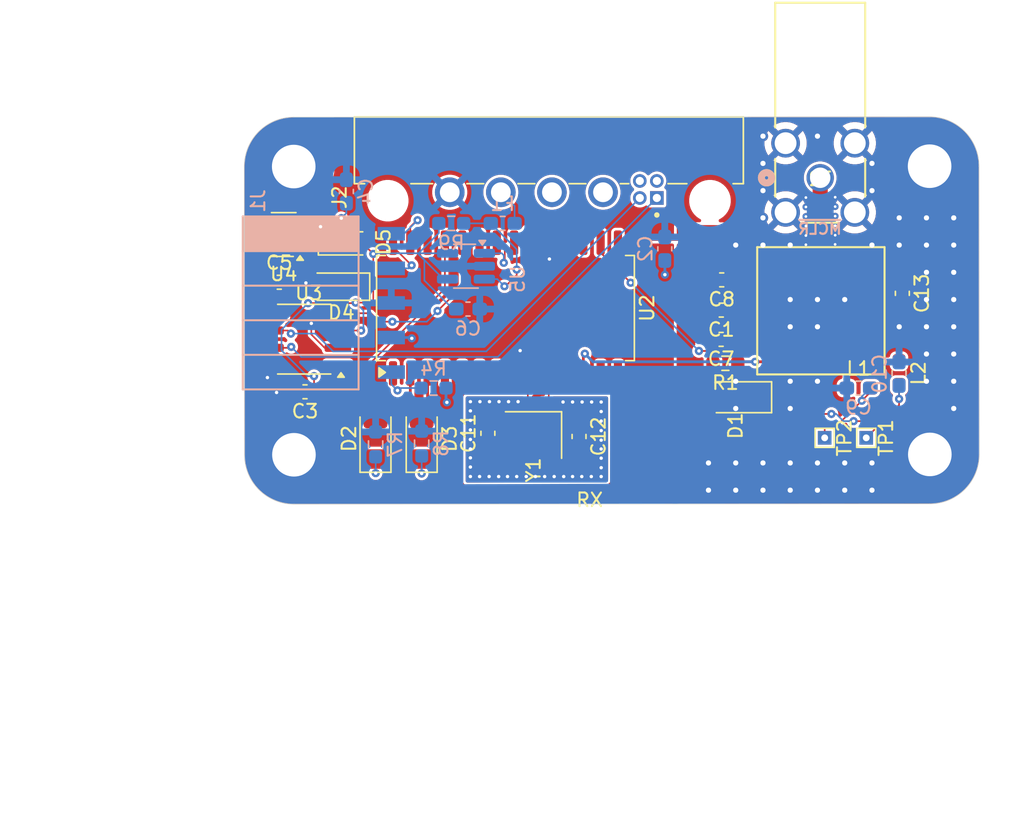
<source format=kicad_pcb>
(kicad_pcb (version 20241229) (generator "pcbnew") (generator_version "9.0")
  (layers (0 "F.Cu" signal) (2 "B.Cu" signal) (13 "F.Paste" user) (15 "B.Paste" user) (5 "F.SilkS" user "F.Silkscreen") (7 "B.SilkS" user "B.Silkscreen") (1 "F.Mask" user) (3 "B.Mask" user) (25 "Edge.Cuts" user))
  (net 0 "")
  (net 1 "+3V3")
  (net 2 "GND")
  (net 3 "+5V")
  (net 4 "/PIC_RX_GPS_TX")
  (net 5 "/PIC_TX_GPS_RX")
  (net 6 "/OSC1")
  (net 7 "/OSC2")
  (net 8 "/~{HWR}")
  (net 9 "Net-(D1-A)")
  (net 10 "Net-(D2-K)")
  (net 11 "Net-(D3-K)")
  (net 12 "Net-(J2-+5V)")
  (net 13 "Net-(U5-IN+)")
  (net 14 "/ICSPDAT")
  (net 15 "/~{MCLR}")
  (net 16 "/ICSPCLK")
  (net 21 "Net-(U1-TX)")
  (net 22 "Net-(U1-RX)")
  (net 23 "/FIX")
  (net 27 "/RF_IN")
  (net 28 "/PPS")
  (net 29 "/CURR_SENSE")
  (net 30 "/CAN_RX")
  (net 31 "/CAN_TX")
  (net 34 "/CANH")
  (net 35 "/CANL")
  (net 37 "Net-(D5-K)")
  (net 43 "/RED_LED")
  (net 44 "/BLUE_LED")
  (footprint "Diode_SMD:D_SOD-323_HandSoldering" (layer "F.Cu") (at 137.675 109.275)
    (property "Reference" "D5")
    (property "Value" "CUS08F30")
  )
  (footprint "MountingHole:MountingHole_3.2mm_M3_DIN965_Pad_TopBottom" (layer "F.Cu") (at 180.53 103.606)
    (property "Reference" "H2" (hide yes))
    (property "Value" "MountingHole_Pad")
  )
  (footprint "Capacitor_SMD:C_0603_1608Metric_Pad1.08x0.95mm_HandSolder" (layer "F.Cu") (at 165.271428 111.955 180)
    (property "Reference" "C8")
    (property "Value" "2.2uF")
  )
  (footprint "Capacitor_SMD:C_0603_1608Metric_Pad1.08x0.95mm_HandSolder" (layer "F.Cu") (at 178.53 112.945 -90)
    (property "Reference" "C13")
    (property "Value" "22pF")
  )
  (footprint "Capacitor_SMD:C_0603_1608Metric_Pad1.08x0.95mm_HandSolder" (layer "F.Cu") (at 148.11 123.2225 90)
    (property "Reference" "C11")
    (property "Value" "26pF")
  )
  (footprint "MountingHole:MountingHole_3.2mm_M3_DIN965_Pad_TopBottom" (layer "F.Cu") (at 133.858 103.632)
    (property "Reference" "H1" (hide yes))
    (property "Value" "MountingHole_Pad")
  )
  (footprint "Inductor_SMD:L_0603_1608Metric_Pad1.05x0.95mm_HandSolder" (layer "F.Cu") (at 178.29 118.8125 -90)
    (property "Reference" "L2")
    (property "Value" "47nH")
  )
  (footprint "Capacitor_SMD:C_0603_1608Metric_Pad1.08x0.95mm_HandSolder" (layer "F.Cu") (at 154.8 123.4575 -90)
    (property "Reference" "C12")
    (property "Value" "26pF")
  )
  (footprint "Crystal:Crystal_SMD_Abracon_ABM8G-4Pin_3.2x2.5mm" (layer "F.Cu") (at 151.46 123.35 180)
    (property "Reference" "Y1")
    (property "Value" "~")
  )
  (footprint "SMA_Conn:CONN_3-1478978-1_TEC" (layer "F.Cu") (at 172.5 104.456 180)
    (property "Reference" "J3")
    (property "Value" "SMA_CONN")
  )
  (footprint "Package_SO:SOIC-28W_7.5x18.7mm_P1.27mm" (layer "F.Cu") (at 149.4 114.025 90)
    (property "Reference" "U2")
    (property "Value" "PIC18F26K83")
  )
  (footprint "Resistor_SMD:R_0603_1608Metric_Pad0.98x0.95mm_HandSolder" (layer "F.Cu") (at 165.5425 118.081 180)
    (property "Reference" "R1")
    (property "Value" "100R")
  )
  (footprint "Package_SO:SOIC-8_3.9x4.9mm_P1.27mm" (layer "F.Cu") (at 134.6275 116.31 180)
    (property "Reference" "U3")
    (property "Value" "MCP2562")
  )
  (footprint "Package_TO_SOT_SMD:SOT-23-5_HandSoldering" (layer "F.Cu") (at 133.125 108.625 180)
    (property "Reference" "U4")
    (property "Value" "SPX3819M5-L-3-3")
  )
  (footprint "Diode_SMD:D_SOD-123F" (layer "F.Cu") (at 137.2275 112.455 180)
    (property "Reference" "D4")
    (property "Value" "KDZVTR3.3B")
  )
  (footprint "TestPoint:TestPoint_THTPad_1.0x1.0mm_Drill0.5mm" (layer "F.Cu") (at 175.88 123.556 -90)
    (property "Reference" "TP1")
    (property "Value" "TestPoint")
  )
  (footprint "M10578_A2:QFN16_M10578_ANT" (layer "F.Cu") (at 172.55 114.225)
    (property "Reference" "U1" (hide yes))
    (property "Value" "M10578-A2")
  )
  (footprint "canhw_footprints:connector_Harwin_G125-MH104M4-04AD000P" (layer "F.Cu") (at 152.585 102.44 180)
    (property "Reference" "J2")
    (property "Value" "G125-MH104M4-04AD000P")
  )
  (footprint "MountingHole:MountingHole_3.2mm_M3_DIN965_Pad_TopBottom" (layer "F.Cu") (at 133.875 124.8)
    (property "Reference" "H4" (hide yes))
    (property "Value" "MountingHole_Pad" (hide yes))
  )
  (footprint "LED_SMD:LED_1206_3216Metric_Pad1.42x1.75mm_HandSolder" (layer "F.Cu") (at 143.25 123.6275 90)
    (property "Reference" "D3")
    (property "Value" "BLUE")
  )
  (footprint "MountingHole:MountingHole_3.2mm_M3_DIN965_Pad_TopBottom" (layer "F.Cu") (at 180.547 124.774)
    (property "Reference" "H3" (hide yes))
    (property "Value" "MountingHole_Pad" (hide yes))
  )
  (footprint "TestPoint:TestPoint_THTPad_1.0x1.0mm_Drill0.5mm" (layer "F.Cu") (at 172.83 123.556 -90)
    (property "Reference" "TP2")
    (property "Value" "TestPoint")
  )
  (footprint "LED_SMD:LED_1206_3216Metric_Pad1.42x1.75mm_HandSolder" (layer "F.Cu") (at 166.475 120.575 180)
    (property "Reference" "D1")
    (property "Value" "WHITE")
  )
  (footprint "Capacitor_SMD:C_0603_1608Metric_Pad1.08x0.95mm_HandSolder" (layer "F.Cu") (at 134.6875 120.175 180)
    (property "Reference" "C3")
    (property "Value" "10uF")
  )
  (footprint "Capacitor_SMD:C_0603_1608Metric_Pad1.08x0.95mm_HandSolder" (layer "F.Cu") (at 132.7975 112.13)
    (property "Reference" "C5")
    (property "Value" "1uF")
  )
  (footprint "Capacitor_SMD:C_0603_1608Metric_Pad1.08x0.95mm_HandSolder" (layer "F.Cu") (at 165.23 116.325 180)
    (property "Reference" "C7")
    (property "Value" "22pF")
  )
  (footprint "Capacitor_SMD:C_0603_1608Metric_Pad1.08x0.95mm_HandSolder" (layer "F.Cu") (at 165.24 114.175 180)
    (property "Reference" "C1")
    (property "Value" "22pF")
  )
  (footprint "Inductor_SMD:L_0603_1608Metric_Pad1.05x0.95mm_HandSolder" (layer "F.Cu") (at 175.315 119.9)
    (property "Reference" "L1")
    (property "Value" "47nH")
  )
  (footprint "LED_SMD:LED_1206_3216Metric_Pad1.42x1.75mm_HandSolder" (layer "F.Cu") (at 139.86 123.6275 90)
    (property "Reference" "D2")
    (property "Value" "RED")
  )
  (footprint "Fuse:Fuse_0603_1608Metric_Pad1.05x0.95mm_HandSolder" (layer "B.Cu") (at 149.195 107.805 180)
    (property "Reference" "F1")
    (property "Value" "0ZCM0008FF2G")
  )
  (footprint "Capacitor_SMD:C_0603_1608Metric_Pad1.08x0.95mm_HandSolder" (layer "B.Cu") (at 137.725 105.4625 90)
    (property "Reference" "C4")
    (property "Value" "1uF")
  )
  (footprint "Resistor_SMD:R_0603_1608Metric_Pad0.98x0.95mm_HandSolder" (layer "B.Cu") (at 144.125 119.9 180)
    (property "Reference" "R4")
    (property "Value" "10K")
  )
  (footprint "Capacitor_SMD:C_0603_1608Metric_Pad1.08x0.95mm_HandSolder" (layer "B.Cu") (at 178.29 118.85 -90)
    (property "Reference" "C10")
    (property "Value" "22pF")
  )
  (footprint "Resistor_SMD:R_0603_1608Metric_Pad0.98x0.95mm_HandSolder" (layer "B.Cu") (at 139.87 124.035 90)
    (property "Reference" "R7")
    (property "Value" "160")
  )
  (footprint "Package_TO_SOT_SMD:SOT-23-5_HandSoldering" (layer "B.Cu") (at 146.5 110.95 180)
    (property "Reference" "U5")
    (property "Value" "INA180")
  )
  (footprint "Capacitor_SMD:C_0603_1608Metric_Pad1.08x0.95mm_HandSolder" (layer "B.Cu") (at 175.315 119.9)
    (property "Reference" "C9")
    (property "Value" "22pF")
  )
  (footprint "Capacitor_SMD:C_0603_1608Metric_Pad1.08x0.95mm_HandSolder" (layer "B.Cu") (at 146.65 114.1)
    (property "Reference" "C6")
    (property "Value" "0.1uF")
  )
  (footprint "canhw_footprints:PinSocket_5x2.54_SMD_90deg_952-3198-1-ND" (layer "B.Cu") (at 141.02 108.57 -90)
    (property "Reference" "J1")
    (property "Value" "Programming Header")
  )
  (footprint "Capacitor_SMD:C_0603_1608Metric_Pad1.08x0.95mm_HandSolder" (layer "B.Cu") (at 161.095 109.67 -90)
    (property "Reference" "C2")
    (property "Value" "0.1uF")
  )
  (footprint "Resistor_SMD:R_0603_1608Metric_Pad0.98x0.95mm_HandSolder" (layer "B.Cu") (at 145.42 107.805)
    (property "Reference" "R9")
    (property "Value" "200mR")
  )
  (footprint "Resistor_SMD:R_0603_1608Metric_Pad0.98x0.95mm_HandSolder" (layer "B.Cu") (at 143.25 123.975 90)
    (property "Reference" "R8")
    (property "Value" "160")
  )
  (gr_line (start 184.178999 124.775944) (end 184.161999 103.606) (stroke (width 0.05)) (layer "Edge.Cuts"))
  (gr_line (start 130.243 124.8) (end 130.226001 103.630056) (stroke (width 0.05)) (layer "Edge.Cuts"))
  (gr_arc (start 184.178999 124.775944) (mid 183.115911 127.341512) (end 180.547 128.406) (stroke (width 0.05)) (layer "Edge.Cuts"))
  (gr_arc (start 180.531944 99.974001) (mid 183.097512 101.037089) (end 184.162 103.606) (stroke (width 0.05)) (layer "Edge.Cuts"))
  (gr_line (start 133.858 100) (end 180.531944 99.974002) (stroke (width 0.05)) (layer "Edge.Cuts"))
  (gr_line (start 180.547 128.405999) (end 133.875 128.431999) (stroke (width 0.05)) (layer "Edge.Cuts"))
  (gr_arc (start 133.873056 128.431999) (mid 131.307488 127.368911) (end 130.243 124.8) (stroke (width 0.05)) (layer "Edge.Cuts"))
  (gr_arc (start 130.226001 103.630056) (mid 131.289089 101.064488) (end 133.858 100) (stroke (width 0.05)) (layer "Edge.Cuts"))
  (gr_text "RX" (at 154.5 128.7 0) (layer "F.SilkS") (effects (font (size 1 1)) (justify left bottom)))
  (gr_text "~{MCLR}" (at 174.167 108.679 0) (layer "B.SilkS") (effects (font (size 0.8001 0.8001) (thickness 0.16002) (bold yes)) (justify left bottom mirror)))
  (segment (start 166.3875 113.1125) (end 167.5 114.225) (width 0.2032) (layer "F.Cu") (net 1))
  (segment (start 167.5 114.225) (end 166.1525 114.225) (width 0.2032) (layer "F.Cu") (net 1))
  (segment (start 161.4875 113.1125) (end 161.325 112.95) (width 0.2032) (layer "F.Cu") (net 1))
  (segment (start 166.0925 116.325) (end 166.0925 115.6825) (width 0.2032) (layer "F.Cu") (net 1))
  (segment (start 168.85 116.074999) (end 167.45 114.674999) (width 0.2032) (layer "F.Cu") (net 1))
  (segment (start 167.55 114.225) (end 167.5 114.225) (width 0.2032) (layer "F.Cu") (net 1))
  (segment (start 167.45 114.674999) (end 167.45 114.325) (width 0.2032) (layer "F.Cu") (net 1))
  (segment (start 166.3875 113.1125) (end 161.4875 113.1125) (width 0.2032) (layer "F.Cu") (net 1))
  (segment (start 166.133928 111.955) (end 166.133928 112.858928) (width 0.2032) (layer "F.Cu") (net 1))
  (segment (start 168.85 114.225) (end 167.55 114.225) (width 0.2032) (layer "F.Cu") (net 1))
  (segment (start 166.133928 112.858928) (end 166.3875 113.1125) (width 0.2032) (layer "F.Cu") (net 1))
  (segment (start 167.45 114.325) (end 167.55 114.225) (width 0.2032) (layer "F.Cu") (net 1))
  (segment (start 166.0925 115.6825) (end 167.45 114.325) (width 0.2032) (layer "F.Cu") (net 1))
  (segment (start 166.1525 114.225) (end 166.1025 114.175) (width 0.2032) (layer "F.Cu") (net 1))
  (via (at 142.525 116.25) (size 0.6) (drill 0.25) (layers "F.Cu" "B.Cu") (net 1))
  (via (at 161.1 111.575) (size 0.6) (drill 0.25) (layers "F.Cu" "B.Cu") (net 1))
  (via (at 145.1 120.95) (size 0.6) (drill 0.25) (layers "F.Cu" "B.Cu") (net 1))
  (segment (start 145.0375 120.8875) (end 145.1 120.95) (width 0.2032) (layer "B.Cu") (net 1))
  (segment (start 161.1 111.575) (end 161.1 110.5375) (width 0.2032) (layer "B.Cu") (net 1))
  (segment (start 161.1 110.5375) (end 161.095 110.5325) (width 0.2032) (layer "B.Cu") (net 1))
  (segment (start 142.465 116.19) (end 142.525 116.25) (width 0.2032) (layer "B.Cu") (net 1))
  (segment (start 145.0375 119.9) (end 145.0375 120.8875) (width 0.2032) (layer "B.Cu") (net 1))
  (segment (start 141.02 116.19) (end 142.465 116.19) (width 0.2032) (layer "B.Cu") (net 1))
  (segment (start 134.475 108.625) (end 135.25 108.625) (width 0.12) (layer "F.Cu") (net 2))
  (segment (start 136.127501 116.945) (end 135.15 115.967499) (width 0.12) (layer "F.Cu") (net 2))
  (segment (start 132.65 120.175) (end 132.6 120.225) (width 0.12) (layer "F.Cu") (net 2))
  (segment (start 150.035 117.59) (end 150.035 118.625) (width 0.12) (layer "F.Cu") (net 2))
  (segment (start 135.25 108.625) (end 135.825 108.05) (width 0.12) (layer "F.Cu") (net 2))
  (segment (start 150.475 117.15) (end 150.035 117.59) (width 0.12) (layer "F.Cu") (net 2))
  (segment (start 134.7525 112.18) (end 133.71 112.18) (width 0.12) (layer "F.Cu") (net 2))
  (segment (start 135.5525 112.18) (end 135.8275 112.455) (width 0.12) (layer "F.Cu") (net 2))
  (segment (start 152.575 109.025) (end 152.575 110.375) (width 0.12) (layer "F.Cu") (net 2))
  (segment (start 131.9275 119.13) (end 131.9275 118.44) (width 0.12) (layer "F.Cu") (net 2))
  (segment (start 137.1025 116.945) (end 136.127501 116.945) (width 0.12) (layer "F.Cu") (net 2))
  (segment (start 133.71 112.18) (end 133.66 112.13) (width 0.12) (layer "F.Cu") (net 2))
  (segment (start 133.825 120.175) (end 132.65 120.175) (width 0.12) (layer "F.Cu") (net 2))
  (segment (start 152.575 110.375) (end 152.625 110.425) (width 0.12) (layer "F.Cu") (net 2))
  (segment (start 134.7525 112.18) (end 135.5525 112.18) (width 0.12) (layer "F.Cu") (net 2))
  (segment (start 131.9275 118.44) (end 132.1525 118.215) (width 0.12) (layer "F.Cu") (net 2))
  (segment (start 135.15 115.967499) (end 135.15 115.15) (width 0.12) (layer "F.Cu") (net 2))
  (via (at 168.300248 105.4004) (size 0.762) (drill 0.381) (layers "F.Cu" "B.Cu") (net 2))
  (via (at 180.300248 107.4004) (size 0.762) (drill 0.381) (layers "F.Cu" "B.Cu") (net 2))
  (via (at 150.225 126.4) (size 0.6) (drill 0.25) (layers "F.Cu" "B.Cu") (net 2))
  (via (at 156.425 124.375) (size 0.6) (drill 0.25) (layers "F.Cu" "B.Cu") (net 2))
  (via (at 147.525 120.9) (size 0.6) (drill 0.25) (layers "F.Cu" "B.Cu") (net 2))
  (via (at 172.300248 115.4004) (size 0.762) (drill 0.381) (layers "F.Cu" "B.Cu") (net 2))
  (via (at 171.45 106.6) (size 0.5) (drill 0.2) (layers "F.Cu" "B.Cu") (net 2))
  (via (at 152.625 110.425) (size 0.6) (drill 0.25) (layers "F.Cu" "B.Cu") (net 2))
  (via (at 166.300248 109.4004) (size 0.762) (drill 0.381) (layers "F.Cu" "B.Cu") (net 2))
  (via (at 173.6 107.975) (size 0.5) (drill 0.2) (layers "F.Cu" "B.Cu") (net 2))
  (via (at 152.975 126.4) (size 0.6) (drill 0.25) (layers "F.Cu" "B.Cu") (net 2))
  (via (at 146.825 122.975) (size 0.6) (drill 0.25) (layers "F.Cu" "B.Cu") (net 2))
  (via (at 156.425 122.325) (size 0.6) (drill 0.25) (layers "F.Cu" "B.Cu") (net 2))
  (via (at 168.300248 125.4004) (size 0.762) (drill 0.381) (layers "F.Cu" "B.Cu") (net 2))
  (via (at 135.825 108.05) (size 0.6) (drill 0.25) (layers "F.Cu" "B.Cu") (net 2))
  (via (at 156.425 125.05) (size 0.6) (drill 0.25) (layers "F.Cu" "B.Cu") (net 2))
  (via (at 180.300248 119.4004) (size 0.762) (drill 0.381) (layers "F.Cu" "B.Cu") (net 2))
  (via (at 182.300248 117.4004) (size 0.762) (drill 0.381) (layers "F.Cu" "B.Cu") (net 2))
  (via (at 172.300248 113.4004) (size 0.762) (drill 0.381) (layers "F.Cu" "B.Cu") (net 2))
  (via (at 168.300248 127.4004) (size 0.762) (drill 0.381) (layers "F.Cu" "B.Cu") (net 2))
  (via (at 176.300248 103.4004) (size 0.762) (drill 0.381) (layers "F.Cu" "B.Cu") (net 2))
  (via (at 146.825 125.7) (size 0.6) (drill 0.25) (layers "F.Cu" "B.Cu") (net 2))
  (via (at 171.45 108) (size 0.5) (drill 0.2) (layers "F.Cu" "B.Cu") (net 2))
  (via (at 148.225 120.9) (size 0.6) (drill 0.25) (layers "F.Cu" "B.Cu") (net 2))
  (via (at 134.7525 112.18) (size 0.6) (drill 0.25) (layers "F.Cu" "B.Cu") (net 2))
  (via (at 135.15 115.15) (size 0.6) (drill 0.25) (layers "F.Cu" "B.Cu") (net 2))
  (via (at 146.825 124.375) (size 0.6) (drill 0.25) (layers "F.Cu" "B.Cu") (net 2))
  (via (at 170.300248 113.4004) (size 0.762) (drill 0.381) (layers "F.Cu" "B.Cu") (net 2))
  (via (at 150.925 126.4) (size 0.6) (drill 0.25) (layers "F.Cu" "B.Cu") (net 2))
  (via (at 170.300248 127.4004) (size 0.762) (drill 0.381) (layers "F.Cu" "B.Cu") (net 2))
  (via (at 171.45 109.375) (size 0.5) (drill 0.2) (layers "F.Cu" "B.Cu") (net 2))
  (via (at 178.300248 115.4004) (size 0.762) (drill 0.381) (layers "F.Cu" "B.Cu") (net 2))
  (via (at 156.425 125.75) (size 0.6) (drill 0.25) (layers "F.Cu" "B.Cu") (net 2))
  (via (at 168.300248 107.4004) (size 0.762) (drill 0.381) (layers "F.Cu" "B.Cu") (net 2))
  (via (at 156.425 121.625) (size 0.6) (drill 0.25) (layers "F.Cu" "B.Cu") (net 2))
  (via (at 148.925 120.9) (size 0.6) (drill 0.25) (layers "F.Cu" "B.Cu") (net 2))
  (via (at 180.300248 113.4004) (size 0.762) (drill 0.381) (layers "F.Cu" "B.Cu") (net 2))
  (via (at 176.300248 105.4004) (size 0.762) (drill 0.381) (layers "F.Cu" "B.Cu") (net 2))
  (via (at 180.300248 111.4004) (size 0.762) (drill 0.381) (layers "F.Cu" "B.Cu") (net 2))
  (via (at 173.6 108.675) (size 0.5) (drill 0.2) (layers "F.Cu" "B.Cu") (net 2))
  (via (at 170.300248 115.4004) (size 0.762) (drill 0.381) (layers "F.Cu" "B.Cu") (net 2))
  (via (at 182.300248 113.4004) (size 0.762) (drill 0.381) (layers "F.Cu" "B.Cu") (net 2))
  (via (at 170.300248 125.4004) (size 0.762) (drill 0.381) (layers "F.Cu" "B.Cu") (net 2))
  (via (at 148.2 126.4) (size 0.6) (drill 0.25) (layers "F.Cu" "B.Cu") (net 2))
  (via (at 180.300248 117.4004) (size 0.762) (drill 0.381) (layers "F.Cu" "B.Cu") (net 2))
  (via (at 171.45 107.3) (size 0.5) (drill 0.2) (layers "F.Cu" "B.Cu") (net 2))
  (via (at 148.9 126.4) (size 0.6) (drill 0.25) (layers "F.Cu" "B.Cu") (net 2))
  (via (at 155 126.4) (size 0.6) (drill 0.25) (layers "F.Cu" "B.Cu") (net 2))
  (via (at 164.300248 125.4004) (size 0.762) (drill 0.381) (layers "F.Cu" "B.Cu") (net 2))
  (via (at 156.425 120.925) (size 0.6) (drill 0.25) (layers "F.Cu" "B.Cu") (net 2))
  (via (at 166.300248 121.4004) (size 0.762) (drill 0.381) (layers "F.Cu" "B.Cu") (net 2))
  (via (at 171.45 105.91) (size 0.5) (drill 0.2) (layers "F.Cu" "B.Cu") (net 2))
  (via (at 173.6 107.275) (size 0.5) (drill 0.2) (layers "F.Cu" "B.Cu") (net 2))
  (via (at 182.300248 121.4004) (size 0.762) (drill 0.381) (layers "F.Cu" "B.Cu") (net 2))
  (via (at 174.300248 125.4004) (size 0.762) (drill 0.381) (layers "F.Cu" "B.Cu") (net 2))
  (via (at 156.425 123.025) (size 0.6) (drill 0.25) (layers "F.Cu" "B.Cu") (net 2))
  (via (at 171.45 108.7) (size 0.5) (drill 0.2) (layers "F.Cu" "B.Cu") (net 2))
  (via (at 155.7 126.4) (size 0.6) (drill 0.25) (layers "F.Cu" "B.Cu") (net 2))
  (via (at 153.625 120.925) (size 0.6) (drill 0.25) (layers "F.Cu" "B.Cu") (net 2))
  (via (at 146.825 125.025) (size 0.6) (drill 0.25) (layers "F.Cu" "B.Cu") (net 2))
  (via (at 166.300248 119.4004) (size 0.762) (drill 0.381) (layers "F.Cu" "B.Cu") (net 2))
  (via (at 182.300248 115.4004) (size 0.762) (drill 0.381) (layers "F.Cu" "B.Cu") (net 2))
  (via (at 132.6 120.225) (size 0.6) (drill 0.25) (layers "F.Cu" "B.Cu") (net 2))
  (via (at 174.300248 127.4004) (size 0.762) (drill 0.381) (layers "F.Cu" "B.Cu") (net 2))
  (via (at 146.825 122.275) (size 0.6) (drill 0.25) (layers "F.Cu" "B.Cu") (net 2))
  (via (at 164.300248 127.4004) (size 0.762) (drill 0.381) (layers "F.Cu" "B.Cu") (net 2))
  (via (at 178.300248 107.4004) (size 0.762) (drill 0.381) (layers "F.Cu" "B.Cu") (net 2))
  (via (at 155.025 120.925) (size 0.6) (drill 0.25) (layers "F.Cu" "B.Cu") (net 2))
  (via (at 150.475 117.15) (size 0.6) (drill 0.25) (layers "F.Cu" "B.Cu") (net 2))
  (via (at 146.825 121.575) (size 0.6) (drill 0.25) (layers "F.Cu" "B.Cu") (net 2))
  (via (at 156.425 126.4) (size 0.6) (drill 0.25) (layers "F.Cu" "B.Cu") (net 2))
  (via (at 150.325 120.9) (size 0.6) (drill 0.25) (layers "F.Cu" "B.Cu") (net 2))
  (via (at 172.300248 127.4004) (size 0.762) (drill 0.381) (layers "F.Cu" "B.Cu") (net 2))
  (via (at 174.300248 113.4004) (size 0.762) (drill 0.381) (layers "F.Cu" "B.Cu") (net 2))
  (via (at 176.300248 125.4004) (size 0.762) (drill 0.381) (layers "F.Cu" "B.Cu") (net 2))
  (via (at 152.275 126.4) (size 0.6) (drill 0.25) (layers "F.Cu" "B.Cu") (net 2))
  (via (at 149.625 120.9) (size 0.6) (drill 0.25) (layers "F.Cu" "B.Cu") (net 2))
  (via (at 151.6 126.4) (size 0.6) (drill 0.25) (layers "F.Cu" "B.Cu") (net 2))
  (via (at 154.325 126.4) (size 0.6) (drill 0.25) (layers "F.Cu" "B.Cu") (net 2))
  (via (at 182.300248 109.4004) (size 0.762) (drill 0.381) (layers "F.Cu" "B.Cu") (net 2))
  (via (at 149.55 126.4) (size 0.6) (drill 0.25) (layers "F.Cu" "B.Cu") (net 2))
  (via (at 172.300248 101.4004) (size 0.762) (drill 0.381) (layers "F.Cu" "B.Cu") (net 2))
  (via (at 182.300248 111.4004) (size 0.762) (drill 0.381) (layers "F.Cu" "B.Cu") (net 2))
  (via (at 170.300248 109.4004) (size 0.762) (drill 0.381) (layers "F.Cu" "B.Cu") (net 2))
  (via (at 131.9275 119.13) (size 0.6) (drill 0.25) (layers "F.Cu" "B.Cu") (net 2))
  (via (at 170.300248 119.4004) (size 0.762) (drill 0.381) (layers "F.Cu" "B.Cu") (net 2))
  (via (at 168.300248 103.4004) (size 0.762) (drill 0.381) (layers "F.Cu" "B.Cu") (net 2))
  (via (at 182.300248 107.4004) (size 0.762) (drill 0.381) (layers "F.Cu" "B.Cu") (net 2))
  (via (at 166.300248 127.4004) (size 0.762) (drill 0.381) (layers "F.Cu" "B.Cu") (net 2))
  (via (at 180.300248 109.4004) (size 0.762) (drill 0.381) (layers "F.Cu" "B.Cu") (net 2))
  (via (at 170.300248 121.4004) (size 0.762) (drill 0.381) (layers "F.Cu" "B.Cu") (net 2))
  (via (at 147.5 126.4) (size 0.6) (drill 0.25) (layers "F.Cu" "B.Cu") (net 2))
  (via (at 166.300248 125.4004) (size 0.762) (drill 0.381) (layers "F.Cu" "B.Cu") (net 2))
  (via (at 155.725 120.925) (size 0.6) (drill 0.25) (layers "F.Cu" "B.Cu") (net 2))
  (via (at 153.675 126.4) (size 0.6) (drill 0.25) (layers "F.Cu" "B.Cu") (net 2))
  (via (at 146.825 123.675) (size 0.6) (drill 0.25) (layers "F.Cu" "B.Cu") (net 2))
  (via (at 178.300248 109.4004) (size 0.762) (drill 0.381) (layers "F.Cu" "B.Cu") (net 2))
  (via (at 176.300248 127.4004) (size 0.762) (drill 0.381) (layers "F.Cu" "B.Cu") (net 2))
  (via (at 172.300248 119.4004) (size 0.762) (drill 0.381) (layers "F.Cu" "B.Cu") (net 2))
  (via (at 172.300248 125.4004) (size 0.762) (drill 0.381) (layers "F.Cu" "B.Cu") (net 2))
  (via (at 180.300248 115.4004) (size 0.762) (drill 0.381) (layers "F.Cu" "B.Cu") (net 2))
  (via (at 168.300248 109.4004) (size 0.762) (drill 0.381) (layers "F.Cu" "B.Cu") (net 2))
  (via (at 156.425 123.725) (size 0.6) (drill 0.25) (layers "F.Cu" "B.Cu") (net 2))
  (via (at 173.595 109.35) (size 0.5) (drill 0.2) (layers "F.Cu" "B.Cu") (net 2))
  (via (at 176.300248 109.4004) (size 0.762) (drill 0.381) (layers "F.Cu" "B.Cu") (net 2))
  (via (at 146.825 120.9) (size 0.6) (drill 0.25) (layers "F.Cu" "B.Cu") (net 2))
  (via (at 154.325 120.925) (size 0.6) (drill 0.25) (layers "F.Cu" "B.Cu") (net 2))
  (via (at 146.825 126.4) (size 0.6) (drill 0.25) (layers "F.Cu" "B.Cu") (net 2))
  (via (at 182.300248 119.4004) (size 0.762) (drill 0.381) (layers "F.Cu" "B.Cu") (net 2))
  (via (at 173.6 106.575) (size 0.5) (drill 0.2) (layers "F.Cu" "B.Cu") (net 2))
  (via (at 173.6 105.885) (size 0.5) (drill 0.2) (layers "F.Cu" "B.Cu") (net 2))
  (via (at 168.300248 101.4004) (size 0.762) (drill 0.381) (layers "F.Cu" "B.Cu") (net 2))
  (segment (start 138.7975 115.675) (end 138.8025 115.68) (width 0.12) (layer "F.Cu") (net 3))
  (segment (start 135.35 119.7) (end 135.55 119.9) (width 0.12) (layer "F.Cu") (net 3))
  (segment (start 138.4 113.625) (end 139.548751 113.625) (width 0.12) (layer "F.Cu") (net 3))
  (segment (start 137.1025 115.675) (end 138.7975 115.675) (width 0.12) (layer "F.Cu") (net 3))
  (segment (start 139.698751 113.475) (end 139.698751 110.048751) (width 0.12) (layer "F.Cu") (net 3))
  (segment (start 138.925 109.275) (end 139.698751 110.048751) (width 0.12) (layer "F.Cu") (net 3))
  (segment (start 138.360641 113.664359) (end 138.4 113.625) (width 0.12) (layer "F.Cu") (net 3))
  (segment (start 134.914359 113.664359) (end 138.360641 113.664359) (width 0.12) (layer "F.Cu") (net 3))
  (segment (start 135.35 119.025) (end 135.35 119.7) (width 0.12) (layer "F.Cu") (net 3))
  (segment (start 139.548751 113.625) (end 139.698751 113.475) (width 0.12) (layer "F.Cu") (net 3))
  (via (at 134.914359 113.664359) (size 0.6) (drill 0.25) (layers "F.Cu" "B.Cu") (net 3))
  (via (at 139.698751 110.048751) (size 0.6) (drill 0.25) (layers "F.Cu" "B.Cu") (net 3))
  (via (at 138.8025 115.68) (size 0.6) (drill 0.25) (layers "F.Cu" "B.Cu") (net 3))
  (via (at 135.35 119.025) (size 0.6) (drill 0.25) (layers "F.Cu" "B.Cu") (net 3))
  (via (at 138.4 113.625) (size 0.6) (drill 0.25) (layers "F.Cu" "B.Cu") (net 3))
  (segment (start 134.853718 119.025) (end 135.35 119.025) (width 0.12) (layer "B.Cu") (net 3))
  (segment (start 143.45 112) (end 143.45 110.5) (width 0.12) (layer "B.Cu") (net 3))
  (segment (start 139.747502 110) (end 143.025 110) (width 0.12) (layer "B.Cu") (net 3))
  (segment (start 145.7875 114.1) (end 145.55 114.1) (width 0.12) (layer "B.Cu") (net 3))
  (segment (start 144.5075 107.805) (end 144.5075 108.5175) (width 0.12) (layer "B.Cu") (net 3))
  (segment (start 132.9632 115.615518) (end 132.9632 117.134482) (width 0.12) (layer "B.Cu") (net 3))
  (segment (start 138.975 114.2) (end 138.975 115.5075) (width 0.12) (layer "B.Cu") (net 3))
  (segment (start 143.45 110.5) (end 143.1125 110.1625) (width 0.12) (layer "B.Cu") (net 3))
  (segment (start 139.698751 110.048751) (end 139.747502 110) (width 0.12) (layer "B.Cu") (net 3))
  (segment (start 143.025 110) (end 143.025 110.075) (width 0.12) (layer "B.Cu") (net 3))
  (segment (start 138.975 115.5075) (end 138.8025 115.68) (width 0.12) (layer "B.Cu") (net 3))
  (segment (start 143.025 110.075) (end 143.1125 110.1625) (width 0.12) (layer "B.Cu") (net 3))
  (segment (start 143.1125 110.1625) (end 144.85 111.9) (width 0.12) (layer "B.Cu") (net 3))
  (segment (start 145.55 114.1) (end 143.45 112) (width 0.12) (layer "B.Cu") (net 3))
  (segment (start 132.9632 117.134482) (end 134.853718 119.025) (width 0.12) (layer "B.Cu") (net 3))
  (segment (start 134.914359 113.664359) (end 132.9632 115.615518) (width 0.12) (layer "B.Cu") (net 3))
  (segment (start 144.85 111.9) (end 145.15 111.9) (width 0.12) (layer "B.Cu") (net 3))
  (segment (start 143.025 110) (end 145.15 110) (width 0.12) (layer "B.Cu") (net 3))
  (segment (start 144.5075 108.5175) (end 143.025 110) (width 0.12) (layer "B.Cu") (net 3))
  (segment (start 138.4 113.625) (end 138.975 114.2) (width 0.12) (layer "B.Cu") (net 3))
  (segment (start 139 115.4825) (end 138.8025 115.68) (width 0.12) (layer "B.Cu") (net 3))
  (segment (start 173.961 122.425) (end 172.85 122.425) (width 0.12) (layer "F.Cu") (net 4))
  (segment (start 176.19 119.9) (end 176.19 120.196) (width 0.12) (layer "F.Cu") (net 4))
  (segment (start 171.956 122.425) (end 170.825 123.556) (width 0.12) (layer "F.Cu") (net 4))
  (segment (start 176.19 120.196) (end 175.5555 120.8305) (width 0.12) (layer "F.Cu") (net 4))
  (segment (start 173.961 122.425) (end 175.5555 120.8305) (width 0.12) (layer "F.Cu") (net 4))
  (segment (start 160.756 123.556) (end 156.385 119.185) (width 0.12) (layer "F.Cu") (net 4))
  (segment (start 172.85 122.425) (end 171.956 122.425) (width 0.12) (layer "F.Cu") (net 4))
  (segment (start 172.85 122.425) (end 172.83 122.445) (width 0.12) (layer "F.Cu") (net 4))
  (segment (start 156.385 119.185) (end 156.385 118.625) (width 0.12) (layer "F.Cu") (net 4))
  (segment (start 170.825 123.556) (end 160.756 123.556) (width 0.12) (layer "F.Cu") (net 4))
  (segment (start 172.83 122.445) (end 172.83 123.556) (width 0.12) (layer "F.Cu") (net 4))
  (via (at 175.5555 120.8305) (size 0.6) (drill 0.25) (layers "F.Cu" "B.Cu") (net 4))
  (segment (start 175.5555 120.522) (end 176.1775 119.9) (width 0.12) (layer "B.Cu") (net 4))
  (segment (start 175.5555 120.8305) (end 175.5555 120.522) (width 0.12) (layer "B.Cu") (net 4))
  (segment (start 160.883488 123.225) (end 157.655 119.996512) (width 0.12) (layer "F.Cu") (net 5))
  (segment (start 172.0818 121.8) (end 170.65 123.2318) (width 0.12) (layer "F.Cu") (net 5))
  (segment (start 173.325 121.8) (end 172.0818 121.8) (width 0.12) (layer "F.Cu") (net 5))
  (segment (start 177.1055 122.3305) (end 174.95 122.3305) (width 0.12) (layer "F.Cu") (net 5))
  (segment (start 178.29 121.146) (end 177.1055 122.3305) (width 0.12) (layer "F.Cu") (net 5))
  (segment (start 177.1055 122.3305) (end 175.88 123.556) (width 0.12) (layer "F.Cu") (net 5))
  (segment (start 170.6432 123.225) (end 160.883488 123.225) (width 0.12) (layer "F.Cu") (net 5))
  (segment (start 178.29 120.7) (end 178.29 121.146) (width 0.12) (layer "F.Cu") (net 5))
  (segment (start 178.29 119.6875) (end 178.29 120.7) (width 0.12) (layer "F.Cu") (net 5))
  (segment (start 170.65 123.2318) (end 170.6432 123.225) (width 0.12) (layer "F.Cu") (net 5))
  (segment (start 157.655 119.996512) (end 157.655 118.625) (width 0.12) (layer "F.Cu") (net 5))
  (via (at 178.29 120.7) (size 0.6) (drill 0.25) (layers "F.Cu" "B.Cu") (net 5))
  (via (at 174.95 122.3305) (size 0.6) (drill 0.25) (layers "F.Cu" "B.Cu") (net 5))
  (via (at 173.325 121.8) (size 0.6) (drill 0.25) (layers "F.Cu" "B.Cu") (net 5))
  (segment (start 178.29 120.7) (end 178.29 119.7125) (width 0.12) (layer "B.Cu") (net 5))
  (segment (start 174.2055 122.3305) (end 173.675 121.8) (width 0.12) (layer "B.Cu") (net 5))
  (segment (start 174.95 122.3305) (end 174.2055 122.3305) (width 0.12) (layer "B.Cu") (net 5))
  (segment (start 173.675 121.8) (end 173.325 121.8) (width 0.12) (layer "B.Cu") (net 5))
  (segment (start 150.36 124.2) (end 148.17 124.2) (width 0.12) (layer "F.Cu") (net 6))
  (segment (start 151.3242 120.087553) (end 151.3242 119.577831) (width 0.12) (layer "F.Cu") (net 6))
  (segment (start 151.3242 123.2358) (end 151.3242 120.972547) (width 0.12) (layer "F.Cu") (net 6))
  (segment (start 151.3242 118.6442) (end 151.305 118.625) (width 0.12) (layer "F.Cu") (net 6))
  (segment (start 150.36 124.2) (end 151.3242 123.2358) (width 0.12) (layer "F.Cu") (net 6))
  (segment (start 151.3242 119.577831) (end 151.3242 118.6442) (width 0.12) (layer "F.Cu") (net 6))
  (segment (start 151.039206 120.687553) (end 151.039206 120.372547) (width 0.12) (layer "F.Cu") (net 6))
  (arc (start 151.181703 120.23005) (mid 151.282464 120.188314) (end 151.3242 120.087553) (width 0.12) (layer "F.Cu") (net 6))
  (arc (start 151.3242 120.972547) (mid 151.282464 120.871786) (end 151.181703 120.83005) (width 0.12) (layer "F.Cu") (net 6))
  (arc (start 151.039206 120.372547) (mid 151.080942 120.271786) (end 151.181703 120.23005) (width 0.12) (layer "F.Cu") (net 6))
  (arc (start 151.181703 120.83005) (mid 151.080942 120.788314) (end 151.039206 120.687553) (width 0.12) (layer "F.Cu") (net 6))
  (segment (start 151.871043 120.987642) (end 151.871043 121.107642) (width 0.12) (layer "F.Cu") (net 7))
  (segment (start 152.56 122.39) (end 152.56 122.5) (width 0.12) (layer "F.Cu") (net 7))
  (segment (start 152.111043 121.347642) (end 153.138948 121.347642) (width 0.12) (layer "F.Cu") (net 7))
  (segment (start 154.85 122.42) (end 152.66 122.42) (width 0.12) (layer "F.Cu") (net 7))
  (segment (start 152.335 120.747642) (end 152.111043 120.747642) (width 0.12) (layer "F.Cu") (net 7))
  (segment (start 152.575 122.187642) (end 152.575 122.307642) (width 0.12) (layer "F.Cu") (net 7))
  (segment (start 152.575 122.485) (end 152.56 122.5) (width 0.2032) (layer "F.Cu") (net 7))
  (segment (start 153.138948 121.947642) (end 152.815 121.947642) (width 0.12) (layer "F.Cu") (net 7))
  (segment (start 153.378948 121.587642) (end 153.378948 121.707642) (width 0.12) (layer "F.Cu") (net 7))
  (segment (start 152.575 122.375) (end 152.56 122.39) (width 0.12) (layer "F.Cu") (net 7))
  (segment (start 152.575 118.625) (end 152.575 120.507642) (width 0.12) (layer "F.Cu") (net 7))
  (segment (start 152.575 122.307642) (end 152.575 122.375) (width 0.12) (layer "F.Cu") (net 7))
  (arc (start 152.111043 120.747642) (mid 151.941337 120.817936) (end 151.871043 120.987642) (width 0.12) (layer "F.Cu") (net 7))
  (arc (start 153.378948 121.707642) (mid 153.308654 121.877348) (end 153.138948 121.947642) (width 0.12) (layer "F.Cu") (net 7))
  (arc (start 153.138948 121.347642) (mid 153.308654 121.417936) (end 153.378948 121.587642) (width 0.12) (layer "F.Cu") (net 7))
  (arc (start 152.815 121.947642) (mid 152.645294 122.017936) (end 152.575 122.187642) (width 0.12) (layer "F.Cu") (net 7))
  (arc (start 151.871043 121.107642) (mid 151.941337 121.277348) (end 152.111043 121.347642) (width 0.12) (layer "F.Cu") (net 7))
  (arc (start 152.575 120.507642) (mid 152.504706 120.677348) (end 152.335 120.747642) (width 0.12) (layer "F.Cu") (net 7))
  (segment (start 172.8 117) (end 167.1168 117) (width 0.12) (layer "F.Cu") (net 8))
  (segment (start 156.385 109.96) (end 156.385 109.025) (width 0.12) (layer "F.Cu") (net 8))
  (segment (start 177.525 114.225) (end 178.1125 114.225) (width 0.12) (layer "F.Cu") (net 8))
  (segment (start 158.5875 112.1625) (end 156.385 109.96) (width 0.12) (layer "F.Cu") (net 8))
  (segment (start 177.525 114.225) (end 177.4 114.35) (width 0.12) (layer "F.Cu") (net 8))
  (segment (start 166.9418 117.175) (end 163.6 117.175) (width 0.12) (layer "F.Cu") (net 8))
  (segment (start 176.25 114.225) (end 177.525 114.225) (width 0.12) (layer "F.Cu") (net 8))
  (segment (start 167.1168 117) (end 166.9418 117.175) (width 0.12) (layer "F.Cu") (net 8))
  (segment (start 178.1125 114.225) (end 178.53 113.8075) (width 0.12) (layer "F.Cu") (net 8))
  (segment (start 177.4 115.225) (end 174.575 115.225) (width 0.12) (layer "F.Cu") (net 8))
  (segment (start 177.4 114.35) (end 177.4 115.225) (width 0.12) (layer "F.Cu") (net 8))
  (segment (start 174.575 115.225) (end 172.8 117) (width 0.12) (layer "F.Cu") (net 8))
  (via (at 158.5875 112.1625) (size 0.6) (drill 0.25) (layers "F.Cu" "B.Cu") (net 8))
  (via (at 163.6 117.175) (size 0.6) (drill 0.25) (layers "F.Cu" "B.Cu") (net 8))
  (segment (start 163.6 117.175) (end 158.5875 112.1625) (width 0.12) (layer "B.Cu") (net 8))
  (segment (start 164.9875 120.575) (end 164.9875 118.5125) (width 0.2032) (layer "F.Cu") (net 9))
  (segment (start 139.86 126.135) (end 139.875 126.15) (width 0.12) (layer "F.Cu") (net 10))
  (segment (start 139.86 125.115) (end 139.86 126.135) (width 0.12) (layer "F.Cu") (net 10))
  (via (at 139.875 126.15) (size 0.6) (drill 0.25) (layers "F.Cu" "B.Cu") (net 10))
  (segment (start 139.875 126.15) (end 139.875 124.9525) (width 0.12) (layer "B.Cu") (net 10))
  (segment (start 139.875 124.9525) (end 139.87 124.9475) (width 0.12) (layer "B.Cu") (net 10))
  (segment (start 143.25 126.175) (end 143.25 125.115) (width 0.12) (layer "F.Cu") (net 11))
  (via (at 143.25 126.175) (size 0.6) (drill 0.25) (layers "F.Cu" "B.Cu") (net 11))
  (segment (start 143.25 124.8875) (end 143.25 126.175) (width 0.12) (layer "B.Cu") (net 11))
  (segment (start 149.06 105.52) (end 150.07 106.53) (width 0.12) (layer "B.Cu") (net 12))
  (segment (start 150.07 106.53) (end 150.07 107.805) (width 0.12) (layer "B.Cu") (net 12))
  (segment (start 149.4 112.425) (end 150.225 111.6) (width 0.12) (layer "F.Cu") (net 13))
  (segment (start 150.225 111.6) (end 150.225 111.2) (width 0.12) (layer "F.Cu") (net 13))
  (segment (start 149.325 112.425) (end 149.4 112.425) (width 0.12) (layer "F.Cu") (net 13))
  (via (at 150.225 111.2) (size 0.6) (drill 0.25) (layers "F.Cu" "B.Cu") (net 13))
  (via (at 149.325 112.425) (size 0.6) (drill 0.25) (layers "F.Cu" "B.Cu") (net 13))
  (segment (start 150.225 111.2) (end 150.225 109.71) (width 0.12) (layer "B.Cu") (net 13))
  (segment (start 148.8 111.9) (end 147.85 111.9) (width 0.12) (layer "B.Cu") (net 13))
  (segment (start 149.325 112.425) (end 148.8 111.9) (width 0.12) (layer "B.Cu") (net 13))
  (segment (start 148.32 107.805) (end 146.3325 107.805) (width 0.12) (layer "B.Cu") (net 13))
  (segment (start 150.225 109.71) (end 148.32 107.805) (width 0.12) (layer "B.Cu") (net 13))
  (segment (start 141.145 109.52) (end 141.145 109.025) (width 0.12) (layer "F.Cu") (net 14))
  (segment (start 142.5125 110.8875) (end 141.145 109.52) (width 0.12) (layer "F.Cu") (net 14))
  (via (at 142.5125 110.8875) (size 0.6) (drill 0.25) (layers "F.Cu" "B.Cu") (net 14))
  (segment (start 142.29 111.11) (end 142.5125 110.8875) (width 0.12) (layer "B.Cu") (net 14))
  (segment (start 141.02 111.11) (end 142.29 111.11) (width 0.12) (layer "B.Cu") (net 14))
  (segment (start 141.475 120.075) (end 141.145 119.745) (width 0.12) (layer "F.Cu") (net 15))
  (segment (start 141.145 119.745) (end 141.145 118.625) (width 0.12) (layer "F.Cu") (net 15))
  (via (at 141.475 120.075) (size 0.6) (drill 0.25) (layers "F.Cu" "B.Cu") (net 15))
  (segment (start 141.65 119.9) (end 143.2125 119.9) (width 0.12) (layer "B.Cu") (net 15))
  (segment (start 141.475 120.075) (end 141.65 119.9) (width 0.12) (layer "B.Cu") (net 15))
  (segment (start 141.02 119.62) (end 141.475 120.075) (width 0.12) (layer "B.Cu") (net 15))
  (segment (start 141.02 118.73) (end 141.02 119.62) (width 0.12) (layer "B.Cu") (net 15))
  (segment (start 142.9 107.575) (end 142.415 108.06) (width 0.12) (layer "F.Cu") (net 16))
  (segment (start 142.95 107.575) (end 142.9 107.575) (width 0.12) (layer "F.Cu") (net 16))
  (segment (start 142.415 108.06) (end 142.415 109.025) (width 0.12) (layer "F.Cu") (net 16))
  (via (at 142.95 107.575) (size 0.6) (drill 0.25) (layers "F.Cu" "B.Cu") (net 16))
  (segment (start 141.955 108.57) (end 141.02 108.57) (width 0.12) (layer "B.Cu") (net 16))
  (segment (start 142.95 107.575) (end 141.955 108.57) (width 0.12) (layer "B.Cu") (net 16))
  (segment (start 174.399999 117.925) (end 174.399999 119.859999) (width 0.12) (layer "F.Cu") (net 21))
  (segment (start 174.399999 119.859999) (end 174.44 119.9) (width 0.12) (layer "F.Cu") (net 21))
  (segment (start 178.2775 117.925) (end 178.29 117.9375) (width 0.12) (layer "F.Cu") (net 22))
  (segment (start 176.25 117.925) (end 178.2775 117.925) (width 0.12) (layer "F.Cu") (net 22))
  (segment (start 167.725 117.969) (end 166.567 117.969) (width 0.2032) (layer "F.Cu") (net 23))
  (segment (start 155.115 118.625) (end 155.115 117.485) (width 0.2032) (layer "F.Cu") (net 23))
  (segment (start 168.806 117.969) (end 168.85 117.925) (width 0.2032) (layer "F.Cu") (net 23))
  (segment (start 166.567 117.969) (end 166.455 118.081) (width 0.2032) (layer "F.Cu") (net 23))
  (segment (start 155.115 117.485) (end 155.225 117.375) (width 0.2032) (layer "F.Cu") (net 23))
  (segment (start 167.725 117.969) (end 168.806 117.969) (width 0.2032) (layer "F.Cu") (net 23))
  (via (at 155.225 117.375) (size 0.6) (drill 0.25) (layers "F.Cu" "B.Cu") (net 23))
  (via (at 167.725 117.969) (size 0.6) (drill 0.25) (layers "F.Cu" "B.Cu") (net 23))
  (segment (start 167.725 117.969) (end 155.819 117.969) (width 0.2032) (layer "B.Cu") (net 23))
  (segment (start 155.819 117.969) (end 155.225 117.375) (width 0.2032) (layer "B.Cu") (net 23))
  (segment (start 172.5 104.493001) (end 172.5 110.5) (width 1.11) (layer "F.Cu") (net 27))
  (segment (start 176.25 112.375001) (end 175.4489 111.573901) (width 0.12) (layer "F.Cu") (net 28))
  (segment (start 167.065251 111.573901) (end 164.51635 109.025) (width 0.12) (layer "F.Cu") (net 28))
  (segment (start 175.4489 111.573901) (end 167.065251 111.573901) (width 0.12) (layer "F.Cu") (net 28))
  (segment (start 164.51635 109.025) (end 157.655 109.025) (width 0.12) (layer "F.Cu") (net 28))
  (segment (start 149.275 110.7) (end 149.35 110.625) (width 0.12) (layer "F.Cu") (net 29))
  (segment (start 149.35 109.61) (end 148.765 109.025) (width 0.12) (layer "F.Cu") (net 29))
  (segment (start 149.35 110.625) (end 149.35 109.61) (width 0.12) (layer "F.Cu") (net 29))
  (via (at 149.275 110.7) (size 0.6) (drill 0.25) (layers "F.Cu" "B.Cu") (net 29))
  (segment (start 149.275 110.15) (end 149.275 110.7) (width 0.12) (layer "B.Cu") (net 29))
  (segment (start 147.85 110) (end 149.125 110) (width 0.12) (layer "B.Cu") (net 29))
  (segment (start 149.125 110) (end 149.275 110.15) (width 0.12) (layer "B.Cu") (net 29))
  (segment (start 146.225 112.425) (end 144.4125 114.2375) (width 0.12) (layer "F.Cu") (net 30))
  (segment (start 141.1 115.025) (end 140.15 115.025) (width 0.12) (layer "F.Cu") (net 30))
  (segment (start 139.53 114.405) (end 137.1025 114.405) (width 0.12) (layer "F.Cu") (net 30))
  (segment (start 140.15 115.025) (end 139.53 114.405) (width 0.12) (layer "F.Cu") (net 30))
  (segment (start 146.225 109.025) (end 146.225 112.425) (width 0.12) (layer "F.Cu") (net 30))
  (via (at 141.1 115.025) (size 0.6) (drill 0.25) (layers "F.Cu" "B.Cu") (net 30))
  (via (at 144.4125 114.2375) (size 0.6) (drill 0.25) (layers "F.Cu" "B.Cu") (net 30))
  (segment (start 141.1 115.025) (end 143.625 115.025) (width 0.12) (layer "B.Cu") (net 30))
  (segment (start 144.4125 114.2375) (end 143.625 115.025) (width 0.12) (layer "B.Cu") (net 30))
  (segment (start 139.335 118.215) (end 144.955 112.595) (width 0.12) (layer "F.Cu") (net 31))
  (segment (start 137.1025 118.215) (end 139.335 118.215) (width 0.12) (layer "F.Cu") (net 31))
  (segment (start 144.955 112.595) (end 144.955 109.025) (width 0.12) (layer "F.Cu") (net 31))
  (segment (start 132.1525 116.945) (end 133.605 116.945) (width 0.12) (layer "F.Cu") (net 34))
  (segment (start 133.605 116.945) (end 133.675 116.875) (width 0.12) (layer "F.Cu") (net 34))
  (via (at 133.675 116.875) (size 0.6) (drill 0.25) (layers "F.Cu" "B.Cu") (net 34))
  (segment (start 133.675 116.875) (end 134.4118 117.6118) (width 0.12) (layer "B.Cu") (net 34))
  (segment (start 134.4118 117.6118) (end 148.8382 117.6118) (width 0.12) (layer "B.Cu") (net 34))
  (segment (start 148.8382 117.6118) (end 160.51 105.94) (width 0.12) (layer "B.Cu") (net 34))
  (segment (start 132.1525 115.675) (end 133.425 115.675) (width 0.12) (layer "F.Cu") (net 35))
  (segment (start 133.425 115.675) (end 133.65 115.9) (width 0.12) (layer "F.Cu") (net 35))
  (via (at 133.65 115.9) (size 0.6) (drill 0.25) (layers "F.Cu" "B.Cu") (net 35))
  (segment (start 135.446282 115.9) (end 133.65 115.9) (width 0.12) (layer "B.Cu") (net 35))
  (segment (start 147.9956 117.2044) (end 136.750682 117.2044) (width 0.12) (layer "B.Cu") (net 35))
  (segment (start 159.26 105.94) (end 147.9956 117.2044) (width 0.12) (layer "B.Cu") (net 35))
  (segment (start 136.750682 117.2044) (end 135.446282 115.9) (width 0.12) (layer "B.Cu") (net 35))
  (segment (start 136.398141 107.651859) (end 137.123141 107.651859) (width 0.12) (layer "F.Cu") (net 37))
  (segment (start 136.5118 107.765518) (end 136.5118 109.1882) (width 0.12) (layer "F.Cu") (net 37))
  (segment (start 136.335641 107.589359) (end 136.5118 107.765518) (width 0.12) (layer "F.Cu") (net 37))
  (segment (start 134.7868 107.3632) (end 136.109482 107.3632) (width 0.12) (layer "F.Cu") (net 37))
  (segment (start 136.5118 109.1882) (end 136.425 109.275) (width 0.12) (layer "F.Cu") (net 37))
  (segment (start 137.123141 107.651859) (end 137.35 107.425) (width 0.12) (layer "F.Cu") (net 37))
  (segment (start 136.109482 107.3632) (end 136.335641 107.589359) (width 0.12) (layer "F.Cu") (net 37))
  (segment (start 134.475 107.675) (end 134.7868 107.3632) (width 0.12) (layer "F.Cu") (net 37))
  (segment (start 136.335641 107.589359) (end 136.398141 107.651859) (width 0.12) (layer "F.Cu") (net 37))
  (segment (start 136.125 109.575) (end 136.425 109.275) (width 0.12) (layer "F.Cu") (net 37))
  (segment (start 134.475 109.575) (end 136.125 109.575) (width 0.12) (layer "F.Cu") (net 37))
  (via (at 137.35 107.425) (size 0.6) (drill 0.25) (layers "F.Cu" "B.Cu") (net 37))
  (segment (start 137.725 107.05) (end 137.35 107.425) (width 0.12) (layer "B.Cu") (net 37))
  (segment (start 137.725 106.325) (end 137.725 107.05) (width 0.12) (layer "B.Cu") (net 37))
  (segment (start 139.86 122.14) (end 140.734999 122.14) (width 0.2032) (layer "F.Cu") (net 43))
  (segment (start 142.415 120.459999) (end 142.415 118.625) (width 0.2032) (layer "F.Cu") (net 43))
  (segment (start 140.734999 122.14) (end 142.415 120.459999) (width 0.2032) (layer "F.Cu") (net 43))
  (segment (start 143.685 121.705) (end 143.25 122.14) (width 0.2032) (layer "F.Cu") (net 44))
  (segment (start 143.685 118.625) (end 143.685 121.705) (width 0.2032) (layer "F.Cu") (net 44))
  (zone (net 2) (net_name "GND") (layer "F.Cu") (priority 2) (connect_pads (clearance 0.1524)) (min_thickness 0.25) (fill yes (thermal_gap 0.5) (thermal_bridge_width 0.5))
    (polygon (pts (xy 184.925 128.9) (xy 161.949483 128.875) (xy 161.975 107.925) (xy 167.11 107.94) (xy 167.11 98.6308) (xy 184.951184 98.6308)))
    (polygon (pts (xy 171.735 105.4116) (xy 171.735 109.8504) (xy 173.265 109.8504) (xy 173.265 105.4116)))
  )
  (zone (net 2) (net_name "GND") (layer "F.Cu") (priority 3) (connect_pads (clearance 0.1524)) (min_thickness 0.25) (fill yes (thermal_gap 0.5) (thermal_bridge_width 0.5))
    (polygon (pts (xy 146.481 126.841044) (xy 146.481 120.512384) (xy 156.933 120.512384) (xy 156.933 126.746883)))
  )
  (zone (net 1) (net_name "+3V3") (layer "F.Cu") (priority 1) (connect_pads (clearance 0.1524)) (min_thickness 0.25) (fill yes (thermal_gap 0.5) (thermal_bridge_width 0.5))
    (polygon (pts (xy 167.11 107.94) (xy 161.975 107.94) (xy 161.975 128.843711) (xy 129.150331 128.793711) (xy 129.125 98.625) (xy 167.116974 98.625)))
  )
  (zone (net 2) (net_name "GND") (layer "B.Cu") (connect_pads (clearance 0.1524)) (min_thickness 0.25) (fill yes (thermal_gap 0.5) (thermal_bridge_width 0.5))
    (polygon (pts (xy 184.925 128.9) (xy 129.125 128.825) (xy 129.125 98.625) (xy 184.95 98.625)))
    (polygon (pts (xy 146.306 120.387384) (xy 146.306 126.966044) (xy 157.075 126.925) (xy 157.083 120.387384)))
  )
  (zone (net 2) (net_name "GND") (layer "B.Cu") (priority 4) (connect_pads (clearance 0.1524)) (min_thickness 0.25) (fill yes (thermal_gap 0.5) (thermal_bridge_width 0.5))
    (polygon (pts (xy 146.481 120.512384) (xy 156.933 120.512384) (xy 156.933 126.746883) (xy 156.838839 126.841044) (xy 146.481 126.841044)))
  )
)
</source>
